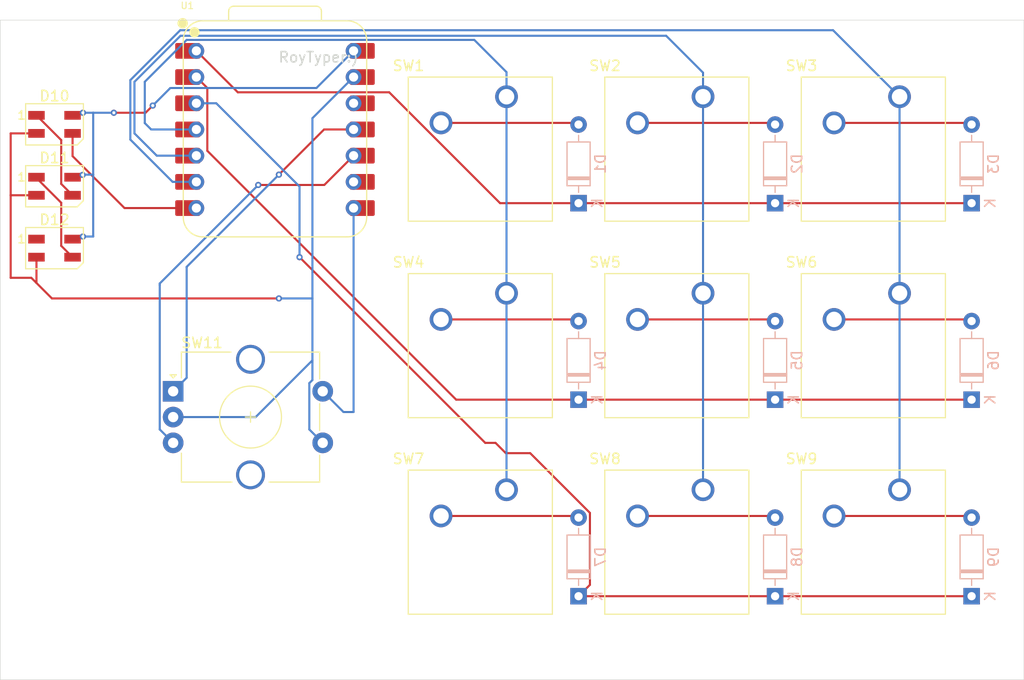
<source format=kicad_pcb>
(kicad_pcb (version 20240108) (generator "pcbnew") (generator_version "8.0")
  (layers (0 "F.Cu" signal) (31 "B.Cu" signal) (34 "B.Paste" user) (35 "F.Paste" user) (36 "B.SilkS" user "B.Silkscreen") (37 "F.SilkS" user "F.Silkscreen") (38 "B.Mask" user) (39 "F.Mask" user) (44 "Edge.Cuts" user))
  (net 0 "")
  (net 1 "Row1")
  (net 2 "Net-(D1-A)")
  (net 3 "Net-(D2-A)")
  (net 4 "Net-(D3-A)")
  (net 5 "Row2")
  (net 6 "Net-(D4-A)")
  (net 7 "Net-(D5-A)")
  (net 8 "Net-(D6-A)")
  (net 9 "Net-(D7-A)")
  (net 10 "Row3")
  (net 11 "Net-(D8-A)")
  (net 12 "Net-(D9-A)")
  (net 13 "Net-(D10-DIN)")
  (net 14 "Net-(D10-DOUT)")
  (net 15 "Col1")
  (net 16 "Col2")
  (net 17 "Col3")
  (net 18 "Net-(U1-GPIO3{slash}MOSI)")
  (net 20 "GND")
  (net 21 "Net-(U1-GPIO4{slash}MISO)")
  (net 22 "Net-(U1-GPIO1{slash}RX)")
  (net 23 "+5V")
  (net 25 "Net-(D11-DOUT)")
  (footprint "3dModels:LED_SK6812MINI_PLCC4_3.5x3.5mm_P1.75mm" (layer "F.Cu") (at 58.475 79.45)
    (property "Reference" "D12" (at 0 -2.75 0) (layer "F.SilkS"))
    (property "Value" "SK6812MINI")
    (fp_line (start -2.8 -2) (end -2.8 2) (stroke (width 0.12)) (layer "F.SilkS"))
    (fp_line (start -2.8 -2) (end 2.8 -2) (stroke (width 0.12)) (layer "F.SilkS"))
    (fp_line (start -2.8 2) (end 2.2 2) (stroke (width 0.12)) (layer "F.SilkS"))
    (fp_line (start 2.8 1.4) (end 2.2 2) (stroke (width 0.12)) (layer "F.SilkS"))
    (fp_line (start 2.8 1.4) (end 2.8 -2) (stroke (width 0.12)) (layer "F.SilkS"))
    (fp_text user "1" (at -3.2 -0.875 0) (layer "F.SilkS") (effects (font (size 0.8 0.8))))
    (pad "1" smd rect (at -1.75 -0.875) (size 1.6 0.85) (layers "F.Cu" "F.Paste" "F.Mask"))
    (pad "2" smd rect (at -1.75 0.875) (size 1.6 0.85) (layers "F.Cu" "F.Paste" "F.Mask") (net 20 "GND"))
    (pad "3" smd rect (at 1.75 0.875) (size 1.6 0.85) (layers "F.Cu" "F.Paste" "F.Mask") (net 25 "Net-(D11-DOUT)"))
    (pad "4" smd rect (at 1.75 -0.875) (size 1.6 0.85) (layers "F.Cu" "F.Paste" "F.Mask") (net 23 "+5V"))
  )
  (footprint "3dModels:SW_Cherry_MX_1.00u_PCB" (layer "F.Cu") (at 140.39 64.77)
    (property "Reference" "SW3" (at -9.5 -3 0) (layer "F.SilkS"))
    (property "Value" "SW_Push_45deg")
    (fp_line (start -9.525 -1.905) (end 4.445 -1.905) (stroke (width 0.12)) (layer "F.SilkS"))
    (fp_line (start -9.525 12.065) (end -9.525 -1.905) (stroke (width 0.12)) (layer "F.SilkS"))
    (fp_line (start 4.445 -1.905) (end 4.445 12.065) (stroke (width 0.12)) (layer "F.SilkS"))
    (fp_line (start 4.445 12.065) (end -9.525 12.065) (stroke (width 0.12)) (layer "F.SilkS"))
    (pad "" np_thru_hole circle (at -7.62 5.08) (size 1.7 1.7) (drill 1.7) (layers "*.Cu" "*.Mask"))
    (pad "" np_thru_hole circle (at -2.54 5.08) (size 4 4) (drill 4) (layers "*.Cu" "*.Mask"))
    (pad "" np_thru_hole circle (at 2.54 5.08) (size 1.7 1.7) (drill 1.7) (layers "*.Cu" "*.Mask"))
    (pad "1" thru_hole circle (at 0 0) (size 2.2 2.2) (drill 1.5) (layers "*.Cu" "*.Mask") (net 17 "Col3"))
    (pad "2" thru_hole circle (at -6.35 2.54) (size 2.2 2.2) (drill 1.5) (layers "*.Cu" "*.Mask") (net 4 "Net-(D3-A)"))
  )
  (footprint "3dModels:SW_Cherry_MX_1.00u_PCB" (layer "F.Cu") (at 140.39 83.82)
    (property "Reference" "SW6" (at -9.5 -3 0) (layer "F.SilkS"))
    (property "Value" "SW_Push_45deg")
    (fp_line (start -9.525 -1.905) (end 4.445 -1.905) (stroke (width 0.12)) (layer "F.SilkS"))
    (fp_line (start -9.525 12.065) (end -9.525 -1.905) (stroke (width 0.12)) (layer "F.SilkS"))
    (fp_line (start 4.445 -1.905) (end 4.445 12.065) (stroke (width 0.12)) (layer "F.SilkS"))
    (fp_line (start 4.445 12.065) (end -9.525 12.065) (stroke (width 0.12)) (layer "F.SilkS"))
    (pad "" np_thru_hole circle (at -7.62 5.08) (size 1.7 1.7) (drill 1.7) (layers "*.Cu" "*.Mask"))
    (pad "" np_thru_hole circle (at -2.54 5.08) (size 4 4) (drill 4) (layers "*.Cu" "*.Mask"))
    (pad "" np_thru_hole circle (at 2.54 5.08) (size 1.7 1.7) (drill 1.7) (layers "*.Cu" "*.Mask"))
    (pad "1" thru_hole circle (at 0 0) (size 2.2 2.2) (drill 1.5) (layers "*.Cu" "*.Mask") (net 17 "Col3"))
    (pad "2" thru_hole circle (at -6.35 2.54) (size 2.2 2.2) (drill 1.5) (layers "*.Cu" "*.Mask") (net 8 "Net-(D6-A)"))
  )
  (footprint "3dModels:SW_Cherry_MX_1.00u_PCB" (layer "F.Cu") (at 102.29 64.77)
    (property "Reference" "SW1" (at -9.5 -3 0) (layer "F.SilkS"))
    (property "Value" "SW_Push_45deg")
    (fp_line (start -9.525 -1.905) (end 4.445 -1.905) (stroke (width 0.12)) (layer "F.SilkS"))
    (fp_line (start -9.525 12.065) (end -9.525 -1.905) (stroke (width 0.12)) (layer "F.SilkS"))
    (fp_line (start 4.445 -1.905) (end 4.445 12.065) (stroke (width 0.12)) (layer "F.SilkS"))
    (fp_line (start 4.445 12.065) (end -9.525 12.065) (stroke (width 0.12)) (layer "F.SilkS"))
    (pad "" np_thru_hole circle (at -7.62 5.08) (size 1.7 1.7) (drill 1.7) (layers "*.Cu" "*.Mask"))
    (pad "" np_thru_hole circle (at -2.54 5.08) (size 4 4) (drill 4) (layers "*.Cu" "*.Mask"))
    (pad "" np_thru_hole circle (at 2.54 5.08) (size 1.7 1.7) (drill 1.7) (layers "*.Cu" "*.Mask"))
    (pad "1" thru_hole circle (at 0 0) (size 2.2 2.2) (drill 1.5) (layers "*.Cu" "*.Mask") (net 15 "Col1"))
    (pad "2" thru_hole circle (at -6.35 2.54) (size 2.2 2.2) (drill 1.5) (layers "*.Cu" "*.Mask") (net 2 "Net-(D1-A)"))
  )
  (footprint "3dModels:SW_Cherry_MX_1.00u_PCB" (layer "F.Cu") (at 102.29 83.82)
    (property "Reference" "SW4" (at -9.5 -3 0) (layer "F.SilkS"))
    (property "Value" "SW_Push_45deg")
    (fp_line (start -9.525 -1.905) (end 4.445 -1.905) (stroke (width 0.12)) (layer "F.SilkS"))
    (fp_line (start -9.525 12.065) (end -9.525 -1.905) (stroke (width 0.12)) (layer "F.SilkS"))
    (fp_line (start 4.445 -1.905) (end 4.445 12.065) (stroke (width 0.12)) (layer "F.SilkS"))
    (fp_line (start 4.445 12.065) (end -9.525 12.065) (stroke (width 0.12)) (layer "F.SilkS"))
    (pad "" np_thru_hole circle (at -7.62 5.08) (size 1.7 1.7) (drill 1.7) (layers "*.Cu" "*.Mask"))
    (pad "" np_thru_hole circle (at -2.54 5.08) (size 4 4) (drill 4) (layers "*.Cu" "*.Mask"))
    (pad "" np_thru_hole circle (at 2.54 5.08) (size 1.7 1.7) (drill 1.7) (layers "*.Cu" "*.Mask"))
    (pad "1" thru_hole circle (at 0 0) (size 2.2 2.2) (drill 1.5) (layers "*.Cu" "*.Mask") (net 15 "Col1"))
    (pad "2" thru_hole circle (at -6.35 2.54) (size 2.2 2.2) (drill 1.5) (layers "*.Cu" "*.Mask") (net 6 "Net-(D4-A)"))
  )
  (footprint "3dModels:SW_Cherry_MX_1.00u_PCB" (layer "F.Cu") (at 121.34 83.82)
    (property "Reference" "SW5" (at -9.5 -3 0) (layer "F.SilkS"))
    (property "Value" "SW_Push_45deg")
    (fp_line (start -9.525 -1.905) (end 4.445 -1.905) (stroke (width 0.12)) (layer "F.SilkS"))
    (fp_line (start -9.525 12.065) (end -9.525 -1.905) (stroke (width 0.12)) (layer "F.SilkS"))
    (fp_line (start 4.445 -1.905) (end 4.445 12.065) (stroke (width 0.12)) (layer "F.SilkS"))
    (fp_line (start 4.445 12.065) (end -9.525 12.065) (stroke (width 0.12)) (layer "F.SilkS"))
    (pad "" np_thru_hole circle (at -7.62 5.08) (size 1.7 1.7) (drill 1.7) (layers "*.Cu" "*.Mask"))
    (pad "" np_thru_hole circle (at -2.54 5.08) (size 4 4) (drill 4) (layers "*.Cu" "*.Mask"))
    (pad "" np_thru_hole circle (at 2.54 5.08) (size 1.7 1.7) (drill 1.7) (layers "*.Cu" "*.Mask"))
    (pad "1" thru_hole circle (at 0 0) (size 2.2 2.2) (drill 1.5) (layers "*.Cu" "*.Mask") (net 16 "Col2"))
    (pad "2" thru_hole circle (at -6.35 2.54) (size 2.2 2.2) (drill 1.5) (layers "*.Cu" "*.Mask") (net 7 "Net-(D5-A)"))
  )
  (footprint "3dModels:SW_Cherry_MX_1.00u_PCB" (layer "F.Cu") (at 121.34 64.77)
    (property "Reference" "SW2" (at -9.5 -3 0) (layer "F.SilkS"))
    (property "Value" "SW_Push_45deg")
    (fp_line (start -9.525 -1.905) (end 4.445 -1.905) (stroke (width 0.12)) (layer "F.SilkS"))
    (fp_line (start -9.525 12.065) (end -9.525 -1.905) (stroke (width 0.12)) (layer "F.SilkS"))
    (fp_line (start 4.445 -1.905) (end 4.445 12.065) (stroke (width 0.12)) (layer "F.SilkS"))
    (fp_line (start 4.445 12.065) (end -9.525 12.065) (stroke (width 0.12)) (layer "F.SilkS"))
    (pad "" np_thru_hole circle (at -7.62 5.08) (size 1.7 1.7) (drill 1.7) (layers "*.Cu" "*.Mask"))
    (pad "" np_thru_hole circle (at -2.54 5.08) (size 4 4) (drill 4) (layers "*.Cu" "*.Mask"))
    (pad "" np_thru_hole circle (at 2.54 5.08) (size 1.7 1.7) (drill 1.7) (layers "*.Cu" "*.Mask"))
    (pad "1" thru_hole circle (at 0 0) (size 2.2 2.2) (drill 1.5) (layers "*.Cu" "*.Mask") (net 16 "Col2"))
    (pad "2" thru_hole circle (at -6.35 2.54) (size 2.2 2.2) (drill 1.5) (layers "*.Cu" "*.Mask") (net 3 "Net-(D2-A)"))
  )
  (footprint "3dModels:RotaryEncoder_Alps_EC12E-Switch_Vertical_H20mm_CircularMountingHoles" (layer "F.Cu") (at 69.975 93.325)
    (property "Reference" "SW11" (at 2.8 -4.7 0) (layer "F.SilkS"))
    (property "Value" "RotaryEncoder_Switch")
    (fp_line (start -0.3 -1.6) (end 0.3 -1.6) (stroke (width 0.12)) (layer "F.SilkS"))
    (fp_line (start 0 -1.3) (end -0.3 -1.6) (stroke (width 0.12)) (layer "F.SilkS"))
    (fp_line (start 0.3 -1.6) (end 0 -1.3) (stroke (width 0.12)) (layer "F.SilkS"))
    (fp_line (start 0.8 -3.8) (end 0.8 -1.3) (stroke (width 0.12)) (layer "F.SilkS"))
    (fp_line (start 0.8 8.8) (end 0.8 6) (stroke (width 0.12)) (layer "F.SilkS"))
    (fp_line (start 5.6 -3.8) (end 0.8 -3.8) (stroke (width 0.12)) (layer "F.SilkS"))
    (fp_line (start 5.7 8.8) (end 0.8 8.8) (stroke (width 0.12)) (layer "F.SilkS"))
    (fp_line (start 7 2.5) (end 8 2.5) (stroke (width 0.12)) (layer "F.SilkS"))
    (fp_line (start 7.5 2) (end 7.5 3) (stroke (width 0.12)) (layer "F.SilkS"))
    (fp_line (start 9.3 -3.8) (end 14.2 -3.8) (stroke (width 0.12)) (layer "F.SilkS"))
    (fp_line (start 14.2 -3.8) (end 14.2 -1.2) (stroke (width 0.12)) (layer "F.SilkS"))
    (fp_line (start 14.2 1.2) (end 14.2 3.8) (stroke (width 0.12)) (layer "F.SilkS"))
    (fp_line (start 14.2 6.2) (end 14.2 8.8) (stroke (width 0.12)) (layer "F.SilkS"))
    (fp_line (start 14.2 8.8) (end 9.3 8.8) (stroke (width 0.12)) (layer "F.SilkS"))
    (fp_circle (center 7.5 2.5) (end 10.5 2.5) (stroke (width 0.12)) (fill none) (layer "F.SilkS"))
    (pad "A" thru_hole rect (at 0 0) (size 2 2) (drill 1) (layers "*.Cu" "*.Mask") (net 18 "Net-(U1-GPIO3{slash}MOSI)"))
    (pad "B" thru_hole circle (at 0 5) (size 2 2) (drill 1) (layers "*.Cu" "*.Mask") (net 21 "Net-(U1-GPIO4{slash}MISO)"))
    (pad "C" thru_hole circle (at 0 2.5) (size 2 2) (drill 1) (layers "*.Cu" "*.Mask") (net 20 "GND"))
    (pad "MP" thru_hole circle (at 7.5 -3.1) (size 2.8 2.8) (drill 2.2) (layers "*.Cu" "*.Mask"))
    (pad "MP" thru_hole circle (at 7.5 8.1) (size 2.8 2.8) (drill 2.2) (layers "*.Cu" "*.Mask"))
    (pad "S1" thru_hole circle (at 14.5 0) (size 2 2) (drill 1) (layers "*.Cu" "*.Mask") (net 22 "Net-(U1-GPIO1{slash}RX)"))
    (pad "S2" thru_hole circle (at 14.5 5) (size 2 2) (drill 1) (layers "*.Cu" "*.Mask") (net 20 "GND"))
  )
  (footprint "3dModels:SW_Cherry_MX_1.00u_PCB" (layer "F.Cu") (at 140.39 102.87)
    (property "Reference" "SW9" (at -9.5 -3 0) (layer "F.SilkS"))
    (property "Value" "SW_Push_45deg")
    (fp_line (start -9.525 -1.905) (end 4.445 -1.905) (stroke (width 0.12)) (layer "F.SilkS"))
    (fp_line (start -9.525 12.065) (end -9.525 -1.905) (stroke (width 0.12)) (layer "F.SilkS"))
    (fp_line (start 4.445 -1.905) (end 4.445 12.065) (stroke (width 0.12)) (layer "F.SilkS"))
    (fp_line (start 4.445 12.065) (end -9.525 12.065) (stroke (width 0.12)) (layer "F.SilkS"))
    (pad "" np_thru_hole circle (at -7.62 5.08) (size 1.7 1.7) (drill 1.7) (layers "*.Cu" "*.Mask"))
    (pad "" np_thru_hole circle (at -2.54 5.08) (size 4 4) (drill 4) (layers "*.Cu" "*.Mask"))
    (pad "" np_thru_hole circle (at 2.54 5.08) (size 1.7 1.7) (drill 1.7) (layers "*.Cu" "*.Mask"))
    (pad "1" thru_hole circle (at 0 0) (size 2.2 2.2) (drill 1.5) (layers "*.Cu" "*.Mask") (net 17 "Col3"))
    (pad "2" thru_hole circle (at -6.35 2.54) (size 2.2 2.2) (drill 1.5) (layers "*.Cu" "*.Mask") (net 12 "Net-(D9-A)"))
  )
  (footprint "3dModels:SW_Cherry_MX_1.00u_PCB" (layer "F.Cu") (at 102.29 102.87)
    (property "Reference" "SW7" (at -9.5 -3 0) (layer "F.SilkS"))
    (property "Value" "SW_Push_45deg")
    (fp_line (start -9.525 -1.905) (end 4.445 -1.905) (stroke (width 0.12)) (layer "F.SilkS"))
    (fp_line (start -9.525 12.065) (end -9.525 -1.905) (stroke (width 0.12)) (layer "F.SilkS"))
    (fp_line (start 4.445 -1.905) (end 4.445 12.065) (stroke (width 0.12)) (layer "F.SilkS"))
    (fp_line (start 4.445 12.065) (end -9.525 12.065) (stroke (width 0.12)) (layer "F.SilkS"))
    (pad "" np_thru_hole circle (at -7.62 5.08) (size 1.7 1.7) (drill 1.7) (layers "*.Cu" "*.Mask"))
    (pad "" np_thru_hole circle (at -2.54 5.08) (size 4 4) (drill 4) (layers "*.Cu" "*.Mask"))
    (pad "" np_thru_hole circle (at 2.54 5.08) (size 1.7 1.7) (drill 1.7) (layers "*.Cu" "*.Mask"))
    (pad "1" thru_hole circle (at 0 0) (size 2.2 2.2) (drill 1.5) (layers "*.Cu" "*.Mask") (net 15 "Col1"))
    (pad "2" thru_hole circle (at -6.35 2.54) (size 2.2 2.2) (drill 1.5) (layers "*.Cu" "*.Mask") (net 9 "Net-(D7-A)"))
  )
  (footprint "3dModels:LED_SK6812MINI_PLCC4_3.5x3.5mm_P1.75mm" (layer "F.Cu") (at 58.475 73.45)
    (property "Reference" "D11" (at 0 -2.75 0) (layer "F.SilkS"))
    (property "Value" "SK6812MINI")
    (fp_line (start -2.8 -2) (end -2.8 2) (stroke (width 0.12)) (layer "F.SilkS"))
    (fp_line (start -2.8 -2) (end 2.8 -2) (stroke (width 0.12)) (layer "F.SilkS"))
    (fp_line (start -2.8 2) (end 2.2 2) (stroke (width 0.12)) (layer "F.SilkS"))
    (fp_line (start 2.8 1.4) (end 2.2 2) (stroke (width 0.12)) (layer "F.SilkS"))
    (fp_line (start 2.8 1.4) (end 2.8 -2) (stroke (width 0.12)) (layer "F.SilkS"))
    (fp_text user "1" (at -3.2 -0.875 0) (layer "F.SilkS") (effects (font (size 0.8 0.8))))
    (pad "1" smd rect (at -1.75 -0.875) (size 1.6 0.85) (layers "F.Cu" "F.Paste" "F.Mask") (net 25 "Net-(D11-DOUT)"))
    (pad "2" smd rect (at -1.75 0.875) (size 1.6 0.85) (layers "F.Cu" "F.Paste" "F.Mask") (net 20 "GND"))
    (pad "3" smd rect (at 1.75 0.875) (size 1.6 0.85) (layers "F.Cu" "F.Paste" "F.Mask") (net 14 "Net-(D10-DOUT)"))
    (pad "4" smd rect (at 1.75 -0.875) (size 1.6 0.85) (layers "F.Cu" "F.Paste" "F.Mask") (net 23 "+5V"))
  )
  (footprint "3dModels:SW_Cherry_MX_1.00u_PCB" (layer "F.Cu") (at 121.34 102.87)
    (property "Reference" "SW8" (at -9.5 -3 0) (layer "F.SilkS"))
    (property "Value" "SW_Push_45deg")
    (fp_line (start -9.525 -1.905) (end 4.445 -1.905) (stroke (width 0.12)) (layer "F.SilkS"))
    (fp_line (start -9.525 12.065) (end -9.525 -1.905) (stroke (width 0.12)) (layer "F.SilkS"))
    (fp_line (start 4.445 -1.905) (end 4.445 12.065) (stroke (width 0.12)) (layer "F.SilkS"))
    (fp_line (start 4.445 12.065) (end -9.525 12.065) (stroke (width 0.12)) (layer "F.SilkS"))
    (pad "" np_thru_hole circle (at -7.62 5.08) (size 1.7 1.7) (drill 1.7) (layers "*.Cu" "*.Mask"))
    (pad "" np_thru_hole circle (at -2.54 5.08) (size 4 4) (drill 4) (layers "*.Cu" "*.Mask"))
    (pad "" np_thru_hole circle (at 2.54 5.08) (size 1.7 1.7) (drill 1.7) (layers "*.Cu" "*.Mask"))
    (pad "1" thru_hole circle (at 0 0) (size 2.2 2.2) (drill 1.5) (layers "*.Cu" "*.Mask") (net 16 "Col2"))
    (pad "2" thru_hole circle (at -6.35 2.54) (size 2.2 2.2) (drill 1.5) (layers "*.Cu" "*.Mask") (net 11 "Net-(D8-A)"))
  )
  (footprint "3dModels:LED_SK6812MINI_PLCC4_3.5x3.5mm_P1.75mm" (layer "F.Cu") (at 58.475 67.45)
    (property "Reference" "D10" (at 0 -2.75 0) (layer "F.SilkS"))
    (property "Value" "SK6812MINI")
    (fp_line (start -2.8 -2) (end -2.8 2) (stroke (width 0.12)) (layer "F.SilkS"))
    (fp_line (start -2.8 -2) (end 2.8 -2) (stroke (width 0.12)) (layer "F.SilkS"))
    (fp_line (start -2.8 2) (end 2.2 2) (stroke (width 0.12)) (layer "F.SilkS"))
    (fp_line (start 2.8 1.4) (end 2.2 2) (stroke (width 0.12)) (layer "F.SilkS"))
    (fp_line (start 2.8 1.4) (end 2.8 -2) (stroke (width 0.12)) (layer "F.SilkS"))
    (fp_text user "1" (at -3.2 -0.875 0) (layer "F.SilkS") (effects (font (size 0.8 0.8))))
    (pad "1" smd rect (at -1.75 -0.875) (size 1.6 0.85) (layers "F.Cu" "F.Paste" "F.Mask") (net 14 "Net-(D10-DOUT)"))
    (pad "2" smd rect (at -1.75 0.875) (size 1.6 0.85) (layers "F.Cu" "F.Paste" "F.Mask") (net 20 "GND"))
    (pad "3" smd rect (at 1.75 0.875) (size 1.6 0.85) (layers "F.Cu" "F.Paste" "F.Mask") (net 13 "Net-(D10-DIN)"))
    (pad "4" smd rect (at 1.75 -0.875) (size 1.6 0.85) (layers "F.Cu" "F.Paste" "F.Mask") (net 23 "+5V"))
  )
  (footprint "3dModels:XIAO-RP2040-DIP" (layer "F.Cu") (at 79.845 67.945)
    (property "Reference" "U1" (at -8.5 -12 0) (layer "F.SilkS") (effects (font (size 0.635 0.635) (thickness 0.1016))))
    (property "Value" "XIAO-RP2040-DIP")
    (fp_line (start -8.89 8.509) (end -8.89 -8.636) (stroke (width 0.127)) (layer "F.SilkS"))
    (fp_line (start -6.985 10.414) (end 6.985 10.414) (stroke (width 0.127)) (layer "F.SilkS"))
    (fp_line (start -4.495 -10.541) (end -4.491272 -11.451272) (stroke (width 0.127)) (layer "F.SilkS"))
    (fp_line (start -3.991272 -11.951) (end 4.004 -11.951) (stroke (width 0.127)) (layer "F.SilkS"))
    (fp_line (start 4.504 -11.451) (end 4.504 -10.541) (stroke (width 0.127)) (layer "F.SilkS"))
    (fp_line (start 6.985 -10.541) (end -6.985 -10.541) (stroke (width 0.1)) (layer "F.SilkS"))
    (fp_line (start 6.985 -10.541) (end -6.985 -10.541) (stroke (width 0.127)) (layer "F.SilkS"))
    (fp_line (start 8.89 8.509) (end 8.89 -8.636) (stroke (width 0.127)) (layer "F.SilkS"))
    (fp_arc (start -8.89 -8.636) (mid -8.332038 -9.983038) (end -6.985 -10.541) (stroke (width 0.127)) (layer "F.SilkS"))
    (fp_arc (start -6.985 10.414) (mid -8.332038 9.856038) (end -8.89 8.509) (stroke (width 0.127)) (layer "F.SilkS"))
    (fp_arc (start -4.491272 -11.451272) (mid -4.344724 -11.804644) (end -3.991272 -11.951) (stroke (width 0.127)) (layer "F.SilkS"))
    (fp_arc (start 4.004 -11.951) (mid 4.357553 -11.804553) (end 4.504 -11.451) (stroke (width 0.127)) (layer "F.SilkS"))
    (fp_arc (start 6.985 -10.541) (mid 8.332038 -9.983038) (end 8.89 -8.636) (stroke (width 0.127)) (layer "F.SilkS"))
    (fp_arc (start 8.89 8.509) (mid 8.332038 9.856038) (end 6.985 10.414) (stroke (width 0.127)) (layer "F.SilkS"))
    (fp_circle (center -8.95 -10.3) (end -8.95 -10.554) (stroke (width 0.5)) (fill solid) (layer "F.SilkS"))
    (fp_circle (center -7.807 -9.42) (end -7.807 -9.674) (stroke (width 0.5)) (fill solid) (layer "F.SilkS"))
    (pad "1" smd roundrect (at -8.455 -7.62 180) (size 2.432 1.524) (layers "F.Cu" "F.Mask") (roundrect_rratio 0.1) (net 1 "Row1"))
    (pad "1" thru_hole circle (at -7.62 -7.62 180) (size 1.524 1.524) (drill 0.889) (layers "*.Cu" "*.Mask") (net 1 "Row1"))
    (pad "2" smd roundrect (at -8.455 -5.08 180) (size 2.432 1.524) (layers "F.Cu" "F.Mask") (roundrect_rratio 0.1) (net 5 "Row2"))
    (pad "2" thru_hole circle (at -7.62 -5.08 180) (size 1.524 1.524) (drill 0.889) (layers "*.Cu" "*.Mask") (net 5 "Row2"))
    (pad "3" smd roundrect (at -8.455 -2.54 180) (size 2.432 1.524) (layers "F.Cu" "F.Mask") (roundrect_rratio 0.1) (net 10 "Row3"))
    (pad "3" thru_hole circle (at -7.62 -2.54 180) (size 1.524 1.524) (drill 0.889) (layers "*.Cu" "*.Mask") (net 10 "Row3"))
    (pad "4" smd roundrect (at -8.455 0 180) (size 2.432 1.524) (layers "F.Cu" "F.Mask") (roundrect_rratio 0.1) (net 15 "Col1"))
    (pad "4" thru_hole circle (at -7.62 0 180) (size 1.524 1.524) (drill 0.889) (layers "*.Cu" "*.Mask") (net 15 "Col1"))
    (pad "5" smd roundrect (at -8.455 2.54 180) (size 2.432 1.524) (layers "F.Cu" "F.Mask") (roundrect_rratio 0.1) (net 16 "Col2"))
    (pad "5" thru_hole circle (at -7.62 2.54 180) (size 1.524 1.524) (drill 0.889) (layers "*.Cu" "*.Mask") (net 16 "Col2"))
    (pad "6" smd roundrect (at -8.455 5.08 180) (size 2.432 1.524) (layers "F.Cu" "F.Mask") (roundrect_rratio 0.1) (net 17 "Col3"))
    (pad "6" thru_hole circle (at -7.62 5.08 180) (size 1.524 1.524) (drill 0.889) (layers "*.Cu" "*.Mask") (net 17 "Col3"))
    (pad "7" smd roundrect (at -8.455 7.62 180) (size 2.432 1.524) (layers "F.Cu" "F.Mask") (roundrect_rratio 0.1) (net 13 "Net-(D10-DIN)"))
    (pad "7" thru_hole circle (at -7.62 7.62 180) (size 1.524 1.524) (drill 0.889) (layers "*.Cu" "*.Mask") (net 13 "Net-(D10-DIN)"))
    (pad "8" thru_hole circle (at 7.62 7.62) (size 1.524 1.524) (drill 0.889) (layers "*.Cu" "*.Mask") (net 22 "Net-(U1-GPIO1{slash}RX)"))
    (pad "8" smd roundrect (at 8.455 7.62) (size 2.432 1.524) (layers "F.Cu" "F.Mask") (roundrect_rratio 0.1) (net 22 "Net-(U1-GPIO1{slash}RX)"))
    (pad "9" thru_hole circle (at 7.62 5.08) (size 1.524 1.524) (drill 0.889) (layers "*.Cu" "*.Mask"))
    (pad "9" smd roundrect (at 8.455 5.08) (size 2.432 1.524) (layers "F.Cu" "F.Mask") (roundrect_rratio 0.1))
    (pad "10" thru_hole circle (at 7.62 2.54) (size 1.524 1.524) (drill 0.889) (layers "*.Cu" "*.Mask") (net 21 "Net-(U1-GPIO4{slash}MISO)"))
    (pad "10" smd roundrect (at 8.455 2.54) (size 2.432 1.524) (layers "F.Cu" "F.Mask") (roundrect_rratio 0.1) (net 21 "Net-(U1-GPIO4{slash}MISO)"))
    (pad "11" thru_hole circle (at 7.62 0) (size 1.524 1.524) (drill 0.889) (layers "*.Cu" "*.Mask") (net 18 "Net-(U1-GPIO3{slash}MOSI)"))
    (pad "11" smd roundrect (at 8.455 0) (size 2.432 1.524) (layers "F.Cu" "F.Mask") (roundrect_rratio 0.1) (net 18 "Net-(U1-GPIO3{slash}MOSI)"))
    (pad "12" thru_hole circle (at 7.62 -2.54) (size 1.524 1.524) (drill 0.889) (layers "*.Cu" "*.Mask"))
    (pad "12" smd roundrect (at 8.455 -2.54) (size 2.432 1.524) (layers "F.Cu" "F.Mask") (roundrect_rratio 0.1))
    (pad "13" thru_hole circle (at 7.62 -5.08) (size 1.524 1.524) (drill 0.889) (layers "*.Cu" "*.Mask") (net 20 "GND"))
    (pad "13" smd roundrect (at 8.455 -5.08) (size 2.432 1.524) (layers "F.Cu" "F.Mask") (roundrect_rratio 0.1) (net 20 "GND"))
    (pad "14" thru_hole circle (at 7.62 -7.62) (size 1.524 1.524) (drill 0.889) (layers "*.Cu" "*.Mask") (net 23 "+5V"))
    (pad "14" smd roundrect (at 8.455 -7.62) (size 2.432 1.524) (layers "F.Cu" "F.Mask") (roundrect_rratio 0.1) (net 23 "+5V"))
  )
  (footprint "Diode_THT:D_DO-35_SOD27_P7.62mm_Horizontal" (layer "B.Cu") (at 128.325 113.18875 90)
    (property "Reference" "D8" (at 3.81 2.12 -90) (layer "B.SilkS") (effects (justify mirror)))
    (property "Value" "Diode")
    (fp_line (start 5.93 -1.12) (end 1.69 -1.12) (stroke (width 0.12)) (layer "B.SilkS"))
    (fp_line (start 2.53 -1.12) (end 2.53 1.12) (stroke (width 0.12)) (layer "B.SilkS"))
    (fp_line (start 2.41 -1.12) (end 2.41 1.12) (stroke (width 0.12)) (layer "B.SilkS"))
    (fp_line (start 2.29 -1.12) (end 2.29 1.12) (stroke (width 0.12)) (layer "B.SilkS"))
    (fp_line (start 1.69 -1.12) (end 1.69 1.12) (stroke (width 0.12)) (layer "B.SilkS"))
    (fp_line (start 5.93 0) (end 6.58 0) (stroke (width 0.12)) (layer "B.SilkS"))
    (fp_line (start 1.69 0) (end 1.04 0) (stroke (width 0.12)) (layer "B.SilkS"))
    (fp_line (start 5.93 1.12) (end 5.93 -1.12) (stroke (width 0.12)) (layer "B.SilkS"))
    (fp_line (start 1.69 1.12) (end 5.93 1.12) (stroke (width 0.12)) (layer "B.SilkS"))
    (fp_text user "K" (at 0 1.8 -90) (layer "B.SilkS") (effects (justify mirror)))
    (pad "1" thru_hole rect (at 0 0 90) (size 1.6 1.6) (drill 0.8) (layers "*.Cu" "*.Mask") (net 10 "Row3"))
    (pad "2" thru_hole oval (at 7.62 0 90) (size 1.6 1.6) (drill 0.8) (layers "*.Cu" "*.Mask") (net 11 "Net-(D8-A)"))
  )
  (footprint "Diode_THT:D_DO-35_SOD27_P7.62mm_Horizontal" (layer "B.Cu") (at 109.275 113.18875 90)
    (property "Reference" "D7" (at 3.81 2.12 -90) (layer "B.SilkS") (effects (justify mirror)))
    (property "Value" "Diode")
    (fp_line (start 5.93 -1.12) (end 1.69 -1.12) (stroke (width 0.12)) (layer "B.SilkS"))
    (fp_line (start 2.53 -1.12) (end 2.53 1.12) (stroke (width 0.12)) (layer "B.SilkS"))
    (fp_line (start 2.41 -1.12) (end 2.41 1.12) (stroke (width 0.12)) (layer "B.SilkS"))
    (fp_line (start 2.29 -1.12) (end 2.29 1.12) (stroke (width 0.12)) (layer "B.SilkS"))
    (fp_line (start 1.69 -1.12) (end 1.69 1.12) (stroke (width 0.12)) (layer "B.SilkS"))
    (fp_line (start 5.93 0) (end 6.58 0) (stroke (width 0.12)) (layer "B.SilkS"))
    (fp_line (start 1.69 0) (end 1.04 0) (stroke (width 0.12)) (layer "B.SilkS"))
    (fp_line (start 5.93 1.12) (end 5.93 -1.12) (stroke (width 0.12)) (layer "B.SilkS"))
    (fp_line (start 1.69 1.12) (end 5.93 1.12) (stroke (width 0.12)) (layer "B.SilkS"))
    (fp_text user "K" (at 0 1.8 -90) (layer "B.SilkS") (effects (justify mirror)))
    (pad "1" thru_hole rect (at 0 0 90) (size 1.6 1.6) (drill 0.8) (layers "*.Cu" "*.Mask") (net 10 "Row3"))
    (pad "2" thru_hole oval (at 7.62 0 90) (size 1.6 1.6) (drill 0.8) (layers "*.Cu" "*.Mask") (net 9 "Net-(D7-A)"))
  )
  (footprint "Diode_THT:D_DO-35_SOD27_P7.62mm_Horizontal" (layer "B.Cu") (at 147.375 75.08875 90)
    (property "Reference" "D3" (at 3.81 2.12 -90) (layer "B.SilkS") (effects (justify mirror)))
    (property "Value" "Diode")
    (fp_line (start 5.93 -1.12) (end 1.69 -1.12) (stroke (width 0.12)) (layer "B.SilkS"))
    (fp_line (start 2.53 -1.12) (end 2.53 1.12) (stroke (width 0.12)) (layer "B.SilkS"))
    (fp_line (start 2.41 -1.12) (end 2.41 1.12) (stroke (width 0.12)) (layer "B.SilkS"))
    (fp_line (start 2.29 -1.12) (end 2.29 1.12) (stroke (width 0.12)) (layer "B.SilkS"))
    (fp_line (start 1.69 -1.12) (end 1.69 1.12) (stroke (width 0.12)) (layer "B.SilkS"))
    (fp_line (start 5.93 0) (end 6.58 0) (stroke (width 0.12)) (layer "B.SilkS"))
    (fp_line (start 1.69 0) (end 1.04 0) (stroke (width 0.12)) (layer "B.SilkS"))
    (fp_line (start 5.93 1.12) (end 5.93 -1.12) (stroke (width 0.12)) (layer "B.SilkS"))
    (fp_line (start 1.69 1.12) (end 5.93 1.12) (stroke (width 0.12)) (layer "B.SilkS"))
    (fp_text user "K" (at 0 1.8 -90) (layer "B.SilkS") (effects (justify mirror)))
    (pad "1" thru_hole rect (at 0 0 90) (size 1.6 1.6) (drill 0.8) (layers "*.Cu" "*.Mask") (net 1 "Row1"))
    (pad "2" thru_hole oval (at 7.62 0 90) (size 1.6 1.6) (drill 0.8) (layers "*.Cu" "*.Mask") (net 4 "Net-(D3-A)"))
  )
  (footprint "Diode_THT:D_DO-35_SOD27_P7.62mm_Horizontal" (layer "B.Cu") (at 147.375 113.18875 90)
    (property "Reference" "D9" (at 3.81 2.12 -90) (layer "B.SilkS") (effects (justify mirror)))
    (property "Value" "Diode")
    (fp_line (start 5.93 -1.12) (end 1.69 -1.12) (stroke (width 0.12)) (layer "B.SilkS"))
    (fp_line (start 2.53 -1.12) (end 2.53 1.12) (stroke (width 0.12)) (layer "B.SilkS"))
    (fp_line (start 2.41 -1.12) (end 2.41 1.12) (stroke (width 0.12)) (layer "B.SilkS"))
    (fp_line (start 2.29 -1.12) (end 2.29 1.12) (stroke (width 0.12)) (layer "B.SilkS"))
    (fp_line (start 1.69 -1.12) (end 1.69 1.12) (stroke (width 0.12)) (layer "B.SilkS"))
    (fp_line (start 5.93 0) (end 6.58 0) (stroke (width 0.12)) (layer "B.SilkS"))
    (fp_line (start 1.69 0) (end 1.04 0) (stroke (width 0.12)) (layer "B.SilkS"))
    (fp_line (start 5.93 1.12) (end 5.93 -1.12) (stroke (width 0.12)) (layer "B.SilkS"))
    (fp_line (start 1.69 1.12) (end 5.93 1.12) (stroke (width 0.12)) (layer "B.SilkS"))
    (fp_text user "K" (at 0 1.8 -90) (layer "B.SilkS") (effects (justify mirror)))
    (pad "1" thru_hole rect (at 0 0 90) (size 1.6 1.6) (drill 0.8) (layers "*.Cu" "*.Mask") (net 10 "Row3"))
    (pad "2" thru_hole oval (at 7.62 0 90) (size 1.6 1.6) (drill 0.8) (layers "*.Cu" "*.Mask") (net 12 "Net-(D9-A)"))
  )
  (footprint "Diode_THT:D_DO-35_SOD27_P7.62mm_Horizontal" (layer "B.Cu") (at 147.375 94.13875 90)
    (property "Reference" "D6" (at 3.81 2.12 -90) (layer "B.SilkS") (effects (justify mirror)))
    (property "Value" "Diode")
    (fp_line (start 5.93 -1.12) (end 1.69 -1.12) (stroke (width 0.12)) (layer "B.SilkS"))
    (fp_line (start 2.53 -1.12) (end 2.53 1.12) (stroke (width 0.12)) (layer "B.SilkS"))
    (fp_line (start 2.41 -1.12) (end 2.41 1.12) (stroke (width 0.12)) (layer "B.SilkS"))
    (fp_line (start 2.29 -1.12) (end 2.29 1.12) (stroke (width 0.12)) (layer "B.SilkS"))
    (fp_line (start 1.69 -1.12) (end 1.69 1.12) (stroke (width 0.12)) (layer "B.SilkS"))
    (fp_line (start 5.93 0) (end 6.58 0) (stroke (width 0.12)) (layer "B.SilkS"))
    (fp_line (start 1.69 0) (end 1.04 0) (stroke (width 0.12)) (layer "B.SilkS"))
    (fp_line (start 5.93 1.12) (end 5.93 -1.12) (stroke (width 0.12)) (layer "B.SilkS"))
    (fp_line (start 1.69 1.12) (end 5.93 1.12) (stroke (width 0.12)) (layer "B.SilkS"))
    (fp_text user "K" (at 0 1.8 -90) (layer "B.SilkS") (effects (justify mirror)))
    (pad "1" thru_hole rect (at 0 0 90) (size 1.6 1.6) (drill 0.8) (layers "*.Cu" "*.Mask") (net 5 "Row2"))
    (pad "2" thru_hole oval (at 7.62 0 90) (size 1.6 1.6) (drill 0.8) (layers "*.Cu" "*.Mask") (net 8 "Net-(D6-A)"))
  )
  (footprint "Diode_THT:D_DO-35_SOD27_P7.62mm_Horizontal" (layer "B.Cu") (at 128.325 75.08875 90)
    (property "Reference" "D2" (at 3.81 2.12 -90) (layer "B.SilkS") (effects (justify mirror)))
    (property "Value" "Diode")
    (fp_line (start 5.93 -1.12) (end 1.69 -1.12) (stroke (width 0.12)) (layer "B.SilkS"))
    (fp_line (start 2.53 -1.12) (end 2.53 1.12) (stroke (width 0.12)) (layer "B.SilkS"))
    (fp_line (start 2.41 -1.12) (end 2.41 1.12) (stroke (width 0.12)) (layer "B.SilkS"))
    (fp_line (start 2.29 -1.12) (end 2.29 1.12) (stroke (width 0.12)) (layer "B.SilkS"))
    (fp_line (start 1.69 -1.12) (end 1.69 1.12) (stroke (width 0.12)) (layer "B.SilkS"))
    (fp_line (start 5.93 0) (end 6.58 0) (stroke (width 0.12)) (layer "B.SilkS"))
    (fp_line (start 1.69 0) (end 1.04 0) (stroke (width 0.12)) (layer "B.SilkS"))
    (fp_line (start 5.93 1.12) (end 5.93 -1.12) (stroke (width 0.12)) (layer "B.SilkS"))
    (fp_line (start 1.69 1.12) (end 5.93 1.12) (stroke (width 0.12)) (layer "B.SilkS"))
    (fp_text user "K" (at 0 1.8 -90) (layer "B.SilkS") (effects (justify mirror)))
    (pad "1" thru_hole rect (at 0 0 90) (size 1.6 1.6) (drill 0.8) (layers "*.Cu" "*.Mask") (net 1 "Row1"))
    (pad "2" thru_hole oval (at 7.62 0 90) (size 1.6 1.6) (drill 0.8) (layers "*.Cu" "*.Mask") (net 3 "Net-(D2-A)"))
  )
  (footprint "Diode_THT:D_DO-35_SOD27_P7.62mm_Horizontal" (layer "B.Cu") (at 128.325 94.13875 90)
    (property "Reference" "D5" (at 3.81 2.12 -90) (layer "B.SilkS") (effects (justify mirror)))
    (property "Value" "Diode")
    (fp_line (start 5.93 -1.12) (end 1.69 -1.12) (stroke (width 0.12)) (layer "B.SilkS"))
    (fp_line (start 2.53 -1.12) (end 2.53 1.12) (stroke (width 0.12)) (layer "B.SilkS"))
    (fp_line (start 2.41 -1.12) (end 2.41 1.12) (stroke (width 0.12)) (layer "B.SilkS"))
    (fp_line (start 2.29 -1.12) (end 2.29 1.12) (stroke (width 0.12)) (layer "B.SilkS"))
    (fp_line (start 1.69 -1.12) (end 1.69 1.12) (stroke (width 0.12)) (layer "B.SilkS"))
    (fp_line (start 5.93 0) (end 6.58 0) (stroke (width 0.12)) (layer "B.SilkS"))
    (fp_line (start 1.69 0) (end 1.04 0) (stroke (width 0.12)) (layer "B.SilkS"))
    (fp_line (start 5.93 1.12) (end 5.93 -1.12) (stroke (width 0.12)) (layer "B.SilkS"))
    (fp_line (start 1.69 1.12) (end 5.93 1.12) (stroke (width 0.12)) (layer "B.SilkS"))
    (fp_text user "K" (at 0 1.8 -90) (layer "B.SilkS") (effects (justify mirror)))
    (pad "1" thru_hole rect (at 0 0 90) (size 1.6 1.6) (drill 0.8) (layers "*.Cu" "*.Mask") (net 5 "Row2"))
    (pad "2" thru_hole oval (at 7.62 0 90) (size 1.6 1.6) (drill 0.8) (layers "*.Cu" "*.Mask") (net 7 "Net-(D5-A)"))
  )
  (footprint "Diode_THT:D_DO-35_SOD27_P7.62mm_Horizontal" (layer "B.Cu") (at 109.275 75.08875 90)
    (property "Reference" "D1" (at 3.81 2.12 -90) (layer "B.SilkS") (effects (justify mirror)))
    (property "Value" "Diode")
    (fp_line (start 5.93 -1.12) (end 1.69 -1.12) (stroke (width 0.12)) (layer "B.SilkS"))
    (fp_line (start 2.53 -1.12) (end 2.53 1.12) (stroke (width 0.12)) (layer "B.SilkS"))
    (fp_line (start 2.41 -1.12) (end 2.41 1.12) (stroke (width 0.12)) (layer "B.SilkS"))
    (fp_line (start 2.29 -1.12) (end 2.29 1.12) (stroke (width 0.12)) (layer "B.SilkS"))
    (fp_line (start 1.69 -1.12) (end 1.69 1.12) (stroke (width 0.12)) (layer "B.SilkS"))
    (fp_line (start 5.93 0) (end 6.58 0) (stroke (width 0.12)) (layer "B.SilkS"))
    (fp_line (start 1.69 0) (end 1.04 0) (stroke (width 0.12)) (layer "B.SilkS"))
    (fp_line (start 5.93 1.12) (end 5.93 -1.12) (stroke (width 0.12)) (layer "B.SilkS"))
    (fp_line (start 1.69 1.12) (end 5.93 1.12) (stroke (width 0.12)) (layer "B.SilkS"))
    (fp_text user "K" (at 0 1.8 -90) (layer "B.SilkS") (effects (justify mirror)))
    (pad "1" thru_hole rect (at 0 0 90) (size 1.6 1.6) (drill 0.8) (layers "*.Cu" "*.Mask") (net 1 "Row1"))
    (pad "2" thru_hole oval (at 7.62 0 90) (size 1.6 1.6) (drill 0.8) (layers "*.Cu" "*.Mask") (net 2 "Net-(D1-A)"))
  )
  (footprint "Diode_THT:D_DO-35_SOD27_P7.62mm_Horizontal" (layer "B.Cu") (at 109.275 94.13875 90)
    (property "Reference" "D4" (at 3.81 2.12 -90) (layer "B.SilkS") (effects (justify mirror)))
    (property "Value" "Diode")
    (fp_line (start 5.93 -1.12) (end 1.69 -1.12) (stroke (width 0.12)) (layer "B.SilkS"))
    (fp_line (start 2.53 -1.12) (end 2.53 1.12) (stroke (width 0.12)) (layer "B.SilkS"))
    (fp_line (start 2.41 -1.12) (end 2.41 1.12) (stroke (width 0.12)) (layer "B.SilkS"))
    (fp_line (start 2.29 -1.12) (end 2.29 1.12) (stroke (width 0.12)) (layer "B.SilkS"))
    (fp_line (start 1.69 -1.12) (end 1.69 1.12) (stroke (width 0.12)) (layer "B.SilkS"))
    (fp_line (start 5.93 0) (end 6.58 0) (stroke (width 0.12)) (layer "B.SilkS"))
    (fp_line (start 1.69 0) (end 1.04 0) (stroke (width 0.12)) (layer "B.SilkS"))
    (fp_line (start 5.93 1.12) (end 5.93 -1.12) (stroke (width 0.12)) (layer "B.SilkS"))
    (fp_line (start 1.69 1.12) (end 5.93 1.12) (stroke (width 0.12)) (layer "B.SilkS"))
    (fp_text user "K" (at 0 1.8 -90) (layer "B.SilkS") (effects (justify mirror)))
    (pad "1" thru_hole rect (at 0 0 90) (size 1.6 1.6) (drill 0.8) (layers "*.Cu" "*.Mask") (net 5 "Row2"))
    (pad "2" thru_hole oval (at 7.62 0 90) (size 1.6 1.6) (drill 0.8) (layers "*.Cu" "*.Mask") (net 6 "Net-(D4-A)"))
  )
  (gr_rect (start 53.215 57.345) (end 152.445 121.285) (stroke (width 0.05)) (fill none) (layer "Edge.Cuts"))
  (gr_text "RoyTyper:)" (at 80.105 61.525 -0) (layer "Edge.Cuts") (effects (font (size 1 1)) (justify left bottom)))
  (segment (start 76.243 64.343) (end 72.225 60.325) (width 0.2) (layer "F.Cu") (net 1))
  (segment (start 109.275 75.08875) (end 101.665348 75.08875) (width 0.2) (layer "F.Cu") (net 1))
  (segment (start 101.665348 75.08875) (end 90.919598 64.343) (width 0.2) (layer "F.Cu") (net 1))
  (segment (start 90.919598 64.343) (end 76.243 64.343) (width 0.2) (layer "F.Cu") (net 1))
  (segment (start 109.275 75.08875) (end 147.375 75.08875) (width 0.2) (layer "F.Cu") (net 1))
  (segment (start 109.11625 67.31) (end 109.275 67.46875) (width 0.2) (layer "F.Cu") (net 2))
  (segment (start 95.94 67.31) (end 109.11625 67.31) (width 0.2) (layer "F.Cu") (net 2))
  (segment (start 95.94 67.61) (end 95.94 67.31) (width 0.2) (layer "B.Cu") (net 2))
  (segment (start 95.955 67.325) (end 95.94 67.31) (width 0.2) (layer "B.Cu") (net 2))
  (segment (start 95.225 67.325) (end 95.925 67.325) (width 0.2) (layer "B.Cu") (net 2))
  (segment (start 95.925 67.325) (end 95.94 67.31) (width 0.2) (layer "B.Cu") (net 2))
  (segment (start 128.16625 67.31) (end 128.325 67.46875) (width 0.2) (layer "F.Cu") (net 3))
  (segment (start 114.99 67.31) (end 128.16625 67.31) (width 0.2) (layer "F.Cu") (net 3))
  (segment (start 147.21625 67.31) (end 147.375 67.46875) (width 0.2) (layer "F.Cu") (net 4))
  (segment (start 134.04 67.31) (end 147.21625 67.31) (width 0.2) (layer "F.Cu") (net 4))
  (segment (start 109.275 94.13875) (end 147.375 94.13875) (width 0.2) (layer "F.Cu") (net 5))
  (segment (start 73.287 63.927) (end 73.287 70.0145) (width 0.2) (layer "F.Cu") (net 5))
  (segment (start 73.287 70.0145) (end 97.41125 94.13875) (width 0.2) (layer "F.Cu") (net 5))
  (segment (start 97.41125 94.13875) (end 109.275 94.13875) (width 0.2) (layer "F.Cu") (net 5))
  (segment (start 72.225 62.865) (end 73.287 63.927) (width 0.2) (layer "F.Cu") (net 5))
  (segment (start 95.94 86.36) (end 109.11625 86.36) (width 0.2) (layer "F.Cu") (net 6))
  (segment (start 109.11625 86.36) (end 109.275 86.51875) (width 0.2) (layer "F.Cu") (net 6))
  (segment (start 128.16625 86.36) (end 128.325 86.51875) (width 0.2) (layer "F.Cu") (net 7))
  (segment (start 114.99 86.36) (end 128.16625 86.36) (width 0.2) (layer "F.Cu") (net 7))
  (segment (start 134.04 86.36) (end 147.21625 86.36) (width 0.2) (layer "F.Cu") (net 8))
  (segment (start 147.21625 86.36) (end 147.375 86.51875) (width 0.2) (layer "F.Cu") (net 8))
  (segment (start 95.94 105.41) (end 109.11625 105.41) (width 0.2) (layer "F.Cu") (net 9))
  (segment (start 109.11625 105.41) (end 109.275 105.56875) (width 0.2) (layer "F.Cu") (net 9))
  (segment (start 109.275 113.18875) (end 147.375 113.18875) (width 0.2) (layer "F.Cu") (net 10))
  (segment (start 110.375 112.08875) (end 109.275 113.18875) (width 0.2) (layer "F.Cu") (net 10))
  (segment (start 102.225 99.325) (end 104.586885 99.325) (width 0.2) (layer "F.Cu") (net 10))
  (segment (start 101.225 98.325) (end 102.225 99.325) (width 0.2) (layer "F.Cu") (net 10))
  (segment (start 82.225 80.325) (end 100.225 98.325) (width 0.2) (layer "F.Cu") (net 10))
  (segment (start 110.375 105.113115) (end 110.375 112.08875) (width 0.2) (layer "F.Cu") (net 10))
  (segment (start 100.225 98.325) (end 101.225 98.325) (width 0.2) (layer "F.Cu") (net 10))
  (segment (start 104.586885 99.325) (end 110.375 105.113115) (width 0.2) (layer "F.Cu") (net 10))
  (via (at 82.225 80.325) (size 0.6) (drill 0.3) (layers "F.Cu" "B.Cu") (net 10))
  (segment (start 74.153529 65.405) (end 82.225 73.476471) (width 0.2) (layer "B.Cu") (net 10))
  (segment (start 82.225 73.476471) (end 82.225 80.325) (width 0.2) (layer "B.Cu") (net 10))
  (segment (start 72.225 65.405) (end 74.153529 65.405) (width 0.2) (layer "B.Cu") (net 10))
  (segment (start 114.99 105.41) (end 128.16625 105.41) (width 0.2) (layer "F.Cu") (net 11))
  (segment (start 128.16625 105.41) (end 128.325 105.56875) (width 0.2) (layer "F.Cu") (net 11))
  (segment (start 147.21625 105.41) (end 147.375 105.56875) (width 0.2) (layer "F.Cu") (net 12))
  (segment (start 134.04 105.41) (end 147.21625 105.41) (width 0.2) (layer "F.Cu") (net 12))
  (segment (start 60.225 70.325) (end 60.225 70.53) (width 0.2) (layer "F.Cu") (net 13))
  (segment (start 65.26 75.565) (end 72.225 75.565) (width 0.2) (layer "F.Cu") (net 13))
  (segment (start 60.225 68.325) (end 60.225 70.325) (width 0.2) (layer "F.Cu") (net 13))
  (segment (start 60.225 70.53) (end 65.26 75.565) (width 0.2) (layer "F.Cu") (net 13))
  (segment (start 59.125 73.225) (end 60.225 74.325) (width 0.2) (layer "F.Cu") (net 14))
  (segment (start 56.725 66.575) (end 59.125 68.975) (width 0.2) (layer "F.Cu") (net 14))
  (segment (start 59.125 68.975) (end 59.125 73.225) (width 0.2) (layer "F.Cu") (net 14))
  (segment (start 67.225 67.325) (end 67.845 67.945) (width 0.2) (layer "B.Cu") (net 15))
  (segment (start 102.29 64.77) (end 102.29 102.87) (width 0.2) (layer "B.Cu") (net 15))
  (segment (start 102.29 64.77) (end 102.29 62.39) (width 0.2) (layer "B.Cu") (net 15))
  (segment (start 67.845 67.945) (end 72.225 67.945) (width 0.2) (layer "B.Cu") (net 15))
  (segment (start 71.287 59.263) (end 67.225 63.325) (width 0.2) (layer "B.Cu") (net 15))
  (segment (start 99.163 59.263) (end 71.287 59.263) (width 0.2) (layer "B.Cu") (net 15))
  (segment (start 102.29 62.39) (end 99.163 59.263) (width 0.2) (layer "B.Cu") (net 15))
  (segment (start 67.225 63.325) (end 67.225 67.325) (width 0.2) (layer "B.Cu") (net 15))
  (segment (start 66.225 68.325) (end 68.385 70.485) (width 0.2) (layer "B.Cu") (net 16))
  (segment (start 70.687 58.863) (end 66.225 63.325) (width 0.2) (layer "B.Cu") (net 16))
  (segment (start 121.34 64.77) (end 121.34 62.44) (width 0.2) (layer "B.Cu") (net 16))
  (segment (start 66.225 63.325) (end 66.225 68.325) (width 0.2) (layer "B.Cu") (net 16))
  (segment (start 68.385 70.485) (end 72.225 70.485) (width 0.2) (layer "B.Cu") (net 16))
  (segment (start 121.34 64.77) (end 121.34 102.87) (width 0.2) (layer "B.Cu") (net 16))
  (segment (start 121.34 62.44) (end 117.763 58.863) (width 0.2) (layer "B.Cu") (net 16))
  (segment (start 117.763 58.863) (end 70.687 58.863) (width 0.2) (layer "B.Cu") (net 16))
  (segment (start 65.825 63.159315) (end 65.825 68.925) (width 0.2) (layer "B.Cu") (net 17))
  (segment (start 133.945 58.325) (end 70.659315 58.325) (width 0.2) (layer "B.Cu") (net 17))
  (segment (start 140.39 64.77) (end 140.39 102.87) (width 0.2) (layer "B.Cu") (net 17))
  (segment (start 70.659315 58.325) (end 65.825 63.159315) (width 0.2) (layer "B.Cu") (net 17))
  (segment (start 69.925 73.025) (end 72.225 73.025) (width 0.2) (layer "B.Cu") (net 17))
  (segment (start 140.39 64.77) (end 133.945 58.325) (width 0.2) (layer "B.Cu") (net 17))
  (segment (start 65.825 68.925) (end 69.925 73.025) (width 0.2) (layer "B.Cu") (net 17))
  (segment (start 84.605 67.945) (end 87.465 67.945) (width 0.2) (layer "F.Cu") (net 18))
  (segment (start 80.225 72.325) (end 84.605 67.945) (width 0.2) (layer "F.Cu") (net 18))
  (via (at 80.225 72.325) (size 0.6) (drill 0.3) (layers "F.Cu" "B.Cu") (net 18))
  (segment (start 71.2845 81.325) (end 71.2845 81.2655) (width 0.2) (layer "B.Cu") (net 18))
  (segment (start 71.2845 92.0155) (end 71.2845 81.325) (width 0.2) (layer "B.Cu") (net 18))
  (segment (start 71.2845 81.2655) (end 80.225 72.325) (width 0.2) (layer "B.Cu") (net 18))
  (segment (start 69.975 93.325) (end 71.2845 92.0155) (width 0.2) (layer "B.Cu") (net 18))
  (segment (start 54.225 74.325) (end 54.225 68.325) (width 0.2) (layer "F.Cu") (net 20))
  (segment (start 56.725 82.825) (end 56.225 82.325) (width 0.2) (layer "F.Cu") (net 20))
  (segment (start 56.725 80.325) (end 56.725 82.825) (width 0.2) (layer "F.Cu") (net 20))
  (segment (start 58.225 84.325) (end 80.225 84.325) (width 0.2) (layer "F.Cu") (net 20))
  (segment (start 56.225 82.325) (end 54.225 82.325) (width 0.2) (layer "F.Cu") (net 20))
  (segment (start 54.225 82.325) (end 54.225 74.325) (width 0.2) (layer "F.Cu") (net 20))
  (segment (start 54.225 68.325) (end 56.725 68.325) (width 0.2) (layer "F.Cu") (net 20))
  (segment (start 56.725 74.325) (end 54.225 74.325) (width 0.2) (layer "F.Cu") (net 20))
  (segment (start 56.725 82.825) (end 58.225 84.325) (width 0.2) (layer "F.Cu") (net 20))
  (via (at 80.225 84.325) (size 0.6) (drill 0.3) (layers "F.Cu" "B.Cu") (net 20))
  (segment (start 83.475 92.235) (end 83.475 90.325) (width 0.2) (layer "B.Cu") (net 20))
  (segment (start 87.465 62.865) (end 83.475 66.855) (width 0.2) (layer "B.Cu") (net 20))
  (segment (start 83.175 92.535) (end 83.175 97.025) (width 0.2) (layer "B.Cu") (net 20))
  (segment (start 77.975 95.825) (end 83.475 90.325) (width 0.2) (layer "B.Cu") (net 20))
  (segment (start 83.475 92.235) (end 83.175 92.535) (width 0.2) (layer "B.Cu") (net 20))
  (segment (start 83.175 97.025) (end 84.475 98.325) (width 0.2) (layer "B.Cu") (net 20))
  (segment (start 69.975 95.825) (end 77.975 95.825) (width 0.2) (layer "B.Cu") (net 20))
  (segment (start 80.225 84.325) (end 83.475 84.325) (width 0.2) (layer "B.Cu") (net 20))
  (segment (start 83.475 90.325) (end 83.475 84.325) (width 0.2) (layer "B.Cu") (net 20))
  (segment (start 83.475 66.855) (end 83.475 84.325) (width 0.2) (layer "B.Cu") (net 20))
  (segment (start 78.225 73.325) (end 84.625 73.325) (width 0.2) (layer "F.Cu") (net 21))
  (segment (start 84.625 73.325) (end 87.465 70.485) (width 0.2) (layer "F.Cu") (net 21))
  (via (at 78.225 73.325) (size 0.6) (drill 0.3) (layers "F.Cu" "B.Cu") (net 21))
  (segment (start 68.675 83.026471) (end 68.675 82.875) (width 0.2) (layer "B.Cu") (net 21))
  (segment (start 69.975 98.325) (end 68.675 97.025) (width 0.2) (layer "B.Cu") (net 21))
  (segment (start 68.675 97.025) (end 68.675 83.026471) (width 0.2) (layer "B.Cu") (net 21))
  (segment (start 68.675 82.875) (end 78.225 73.325) (width 0.2) (layer "B.Cu") (net 21))
  (segment (start 87.465 75.565) (end 87.465 95.335) (width 0.2) (layer "B.Cu") (net 22))
  (segment (start 86.485 95.335) (end 87.465 95.335) (width 0.2) (layer "B.Cu") (net 22))
  (segment (start 84.475 93.325) (end 86.485 95.335) (width 0.2) (layer "B.Cu") (net 22))
  (segment (start 60.475 66.325) (end 60.225 66.575) (width 0.2) (layer "F.Cu") (net 23))
  (segment (start 60.448235 72.351765) (end 60.225 72.575) (width 0.2) (layer "F.Cu") (net 23))
  (segment (start 67.996865 65.62804) (end 67.299905 66.325) (width 0.2) (layer "F.Cu") (net 23))
  (segment (start 61.225 78.325) (end 60.475 78.325) (width 0.2) (layer "F.Cu") (net 23))
  (segment (start 61.225 66.325) (end 60.475 66.325) (width 0.2) (layer "F.Cu") (net 23))
  (segment (start 67.299905 66.325) (end 64.225 66.325) (width 0.2) (layer "F.Cu") (net 23))
  (segment (start 61.198235 72.351765) (end 60.448235 72.351765) (width 0.2) (layer "F.Cu") (net 23))
  (segment (start 60.475 78.325) (end 60.225 78.575) (width 0.2) (layer "F.Cu") (net 23))
  (via (at 61.198235 72.351765) (size 0.6) (drill 0.3) (layers "F.Cu" "B.Cu") (net 23))
  (via (at 61.225 66.325) (size 0.6) (drill 0.3) (layers "F.Cu" "B.Cu") (net 23))
  (via (at 67.996865 65.62804) (size 0.6) (drill 0.3) (layers "F.Cu" "B.Cu") (net 23))
  (via (at 61.225 78.325) (size 0.6) (drill 0.3) (layers "F.Cu" "B.Cu") (net 23))
  (via (at 64.225 66.325) (size 0.6) (drill 0.3) (layers "F.Cu" "B.Cu") (net 23))
  (segment (start 69.697905 63.927) (end 83.863 63.927) (width 0.2) (layer "B.Cu") (net 23))
  (segment (start 62.225 72.325) (end 61.225 72.325) (width 0.2) (layer "B.Cu") (net 23))
  (segment (start 61.225 72.325) (end 61.198235 72.351765) (width 0.2) (layer "B.Cu") (net 23))
  (segment (start 64.225 66.325) (end 62.225 66.325) (width 0.2) (layer "B.Cu") (net 23))
  (segment (start 62.225 66.325) (end 62.225 72.325) (width 0.2) (layer "B.Cu") (net 23))
  (segment (start 62.225 72.325) (end 62.225 78.325) (width 0.2) (layer "B.Cu") (net 23))
  (segment (start 67.996865 65.62804) (end 69.697905 63.927) (width 0.2) (layer "B.Cu") (net 23))
  (segment (start 83.863 63.927) (end 87.465 60.325) (width 0.2) (layer "B.Cu") (net 23))
  (segment (start 62.225 78.325) (end 61.225 78.325) (width 0.2) (layer "B.Cu") (net 23))
  (segment (start 62.225 66.325) (end 61.225 66.325) (width 0.2) (layer "B.Cu") (net 23))
  (segment (start 59.125 75.05) (end 59.125 79.225) (width 0.2) (layer "F.Cu") (net 25))
  (segment (start 56.725 72.575) (end 56.725 72.65) (width 0.2) (layer "F.Cu") (net 25))
  (segment (start 56.725 72.65) (end 59.125 75.05) (width 0.2) (layer "F.Cu") (net 25))
  (segment (start 59.125 79.225) (end 60.225 80.325) (width 0.2) (layer "F.Cu") (net 25))
)
</source>
